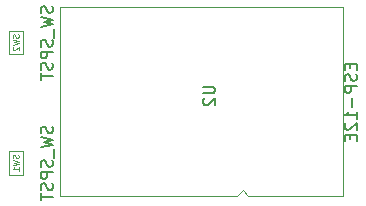
<source format=gbr>
%TF.GenerationSoftware,KiCad,Pcbnew,(6.99.0-2635-gfc1afa6298)*%
%TF.CreationDate,2022-08-07T14:50:02-07:00*%
%TF.ProjectId,seatalk_wifi,73656174-616c-46b5-9f77-6966692e6b69,rev?*%
%TF.SameCoordinates,Original*%
%TF.FileFunction,AssemblyDrawing,Bot*%
%FSLAX46Y46*%
G04 Gerber Fmt 4.6, Leading zero omitted, Abs format (unit mm)*
G04 Created by KiCad (PCBNEW (6.99.0-2635-gfc1afa6298)) date 2022-08-07 14:50:02*
%MOMM*%
%LPD*%
G01*
G04 APERTURE LIST*
%ADD10C,0.150000*%
%ADD11C,0.080000*%
%ADD12C,0.100000*%
%ADD13C,0.120000*%
G04 APERTURE END LIST*
D10*
%TO.C,SW2*%
X128719761Y-91928571D02*
X128767380Y-92071428D01*
X128767380Y-92071428D02*
X128767380Y-92309523D01*
X128767380Y-92309523D02*
X128719761Y-92404761D01*
X128719761Y-92404761D02*
X128672142Y-92452380D01*
X128672142Y-92452380D02*
X128576904Y-92499999D01*
X128576904Y-92499999D02*
X128481666Y-92499999D01*
X128481666Y-92499999D02*
X128386428Y-92452380D01*
X128386428Y-92452380D02*
X128338809Y-92404761D01*
X128338809Y-92404761D02*
X128291190Y-92309523D01*
X128291190Y-92309523D02*
X128243571Y-92119047D01*
X128243571Y-92119047D02*
X128195952Y-92023809D01*
X128195952Y-92023809D02*
X128148333Y-91976190D01*
X128148333Y-91976190D02*
X128053095Y-91928571D01*
X128053095Y-91928571D02*
X127957857Y-91928571D01*
X127957857Y-91928571D02*
X127862619Y-91976190D01*
X127862619Y-91976190D02*
X127815000Y-92023809D01*
X127815000Y-92023809D02*
X127767380Y-92119047D01*
X127767380Y-92119047D02*
X127767380Y-92357142D01*
X127767380Y-92357142D02*
X127815000Y-92499999D01*
X127767380Y-92833333D02*
X128767380Y-93071428D01*
X128767380Y-93071428D02*
X128053095Y-93261904D01*
X128053095Y-93261904D02*
X128767380Y-93452380D01*
X128767380Y-93452380D02*
X127767380Y-93690476D01*
X128862619Y-93833333D02*
X128862619Y-94595237D01*
X128719761Y-94785714D02*
X128767380Y-94928571D01*
X128767380Y-94928571D02*
X128767380Y-95166666D01*
X128767380Y-95166666D02*
X128719761Y-95261904D01*
X128719761Y-95261904D02*
X128672142Y-95309523D01*
X128672142Y-95309523D02*
X128576904Y-95357142D01*
X128576904Y-95357142D02*
X128481666Y-95357142D01*
X128481666Y-95357142D02*
X128386428Y-95309523D01*
X128386428Y-95309523D02*
X128338809Y-95261904D01*
X128338809Y-95261904D02*
X128291190Y-95166666D01*
X128291190Y-95166666D02*
X128243571Y-94976190D01*
X128243571Y-94976190D02*
X128195952Y-94880952D01*
X128195952Y-94880952D02*
X128148333Y-94833333D01*
X128148333Y-94833333D02*
X128053095Y-94785714D01*
X128053095Y-94785714D02*
X127957857Y-94785714D01*
X127957857Y-94785714D02*
X127862619Y-94833333D01*
X127862619Y-94833333D02*
X127815000Y-94880952D01*
X127815000Y-94880952D02*
X127767380Y-94976190D01*
X127767380Y-94976190D02*
X127767380Y-95214285D01*
X127767380Y-95214285D02*
X127815000Y-95357142D01*
X128767380Y-95785714D02*
X127767380Y-95785714D01*
X127767380Y-95785714D02*
X127767380Y-96166666D01*
X127767380Y-96166666D02*
X127815000Y-96261904D01*
X127815000Y-96261904D02*
X127862619Y-96309523D01*
X127862619Y-96309523D02*
X127957857Y-96357142D01*
X127957857Y-96357142D02*
X128100714Y-96357142D01*
X128100714Y-96357142D02*
X128195952Y-96309523D01*
X128195952Y-96309523D02*
X128243571Y-96261904D01*
X128243571Y-96261904D02*
X128291190Y-96166666D01*
X128291190Y-96166666D02*
X128291190Y-95785714D01*
X128719761Y-96738095D02*
X128767380Y-96880952D01*
X128767380Y-96880952D02*
X128767380Y-97119047D01*
X128767380Y-97119047D02*
X128719761Y-97214285D01*
X128719761Y-97214285D02*
X128672142Y-97261904D01*
X128672142Y-97261904D02*
X128576904Y-97309523D01*
X128576904Y-97309523D02*
X128481666Y-97309523D01*
X128481666Y-97309523D02*
X128386428Y-97261904D01*
X128386428Y-97261904D02*
X128338809Y-97214285D01*
X128338809Y-97214285D02*
X128291190Y-97119047D01*
X128291190Y-97119047D02*
X128243571Y-96928571D01*
X128243571Y-96928571D02*
X128195952Y-96833333D01*
X128195952Y-96833333D02*
X128148333Y-96785714D01*
X128148333Y-96785714D02*
X128053095Y-96738095D01*
X128053095Y-96738095D02*
X127957857Y-96738095D01*
X127957857Y-96738095D02*
X127862619Y-96785714D01*
X127862619Y-96785714D02*
X127815000Y-96833333D01*
X127815000Y-96833333D02*
X127767380Y-96928571D01*
X127767380Y-96928571D02*
X127767380Y-97166666D01*
X127767380Y-97166666D02*
X127815000Y-97309523D01*
X127767380Y-97595238D02*
X127767380Y-98166666D01*
X128767380Y-97880952D02*
X127767380Y-97880952D01*
D11*
X125859880Y-94333334D02*
X125883690Y-94404762D01*
X125883690Y-94404762D02*
X125883690Y-94523810D01*
X125883690Y-94523810D02*
X125859880Y-94571429D01*
X125859880Y-94571429D02*
X125836071Y-94595238D01*
X125836071Y-94595238D02*
X125788452Y-94619048D01*
X125788452Y-94619048D02*
X125740833Y-94619048D01*
X125740833Y-94619048D02*
X125693214Y-94595238D01*
X125693214Y-94595238D02*
X125669404Y-94571429D01*
X125669404Y-94571429D02*
X125645595Y-94523810D01*
X125645595Y-94523810D02*
X125621785Y-94428572D01*
X125621785Y-94428572D02*
X125597976Y-94380953D01*
X125597976Y-94380953D02*
X125574166Y-94357143D01*
X125574166Y-94357143D02*
X125526547Y-94333334D01*
X125526547Y-94333334D02*
X125478928Y-94333334D01*
X125478928Y-94333334D02*
X125431309Y-94357143D01*
X125431309Y-94357143D02*
X125407500Y-94380953D01*
X125407500Y-94380953D02*
X125383690Y-94428572D01*
X125383690Y-94428572D02*
X125383690Y-94547619D01*
X125383690Y-94547619D02*
X125407500Y-94619048D01*
X125383690Y-94785714D02*
X125883690Y-94904762D01*
X125883690Y-94904762D02*
X125526547Y-95000000D01*
X125526547Y-95000000D02*
X125883690Y-95095238D01*
X125883690Y-95095238D02*
X125383690Y-95214286D01*
X125431309Y-95380953D02*
X125407500Y-95404762D01*
X125407500Y-95404762D02*
X125383690Y-95452381D01*
X125383690Y-95452381D02*
X125383690Y-95571429D01*
X125383690Y-95571429D02*
X125407500Y-95619048D01*
X125407500Y-95619048D02*
X125431309Y-95642857D01*
X125431309Y-95642857D02*
X125478928Y-95666667D01*
X125478928Y-95666667D02*
X125526547Y-95666667D01*
X125526547Y-95666667D02*
X125597976Y-95642857D01*
X125597976Y-95642857D02*
X125883690Y-95357143D01*
X125883690Y-95357143D02*
X125883690Y-95666667D01*
D10*
%TO.C,SW1*%
X128719761Y-102128571D02*
X128767380Y-102271428D01*
X128767380Y-102271428D02*
X128767380Y-102509523D01*
X128767380Y-102509523D02*
X128719761Y-102604761D01*
X128719761Y-102604761D02*
X128672142Y-102652380D01*
X128672142Y-102652380D02*
X128576904Y-102699999D01*
X128576904Y-102699999D02*
X128481666Y-102699999D01*
X128481666Y-102699999D02*
X128386428Y-102652380D01*
X128386428Y-102652380D02*
X128338809Y-102604761D01*
X128338809Y-102604761D02*
X128291190Y-102509523D01*
X128291190Y-102509523D02*
X128243571Y-102319047D01*
X128243571Y-102319047D02*
X128195952Y-102223809D01*
X128195952Y-102223809D02*
X128148333Y-102176190D01*
X128148333Y-102176190D02*
X128053095Y-102128571D01*
X128053095Y-102128571D02*
X127957857Y-102128571D01*
X127957857Y-102128571D02*
X127862619Y-102176190D01*
X127862619Y-102176190D02*
X127815000Y-102223809D01*
X127815000Y-102223809D02*
X127767380Y-102319047D01*
X127767380Y-102319047D02*
X127767380Y-102557142D01*
X127767380Y-102557142D02*
X127815000Y-102699999D01*
X127767380Y-103033333D02*
X128767380Y-103271428D01*
X128767380Y-103271428D02*
X128053095Y-103461904D01*
X128053095Y-103461904D02*
X128767380Y-103652380D01*
X128767380Y-103652380D02*
X127767380Y-103890476D01*
X128862619Y-104033333D02*
X128862619Y-104795237D01*
X128719761Y-104985714D02*
X128767380Y-105128571D01*
X128767380Y-105128571D02*
X128767380Y-105366666D01*
X128767380Y-105366666D02*
X128719761Y-105461904D01*
X128719761Y-105461904D02*
X128672142Y-105509523D01*
X128672142Y-105509523D02*
X128576904Y-105557142D01*
X128576904Y-105557142D02*
X128481666Y-105557142D01*
X128481666Y-105557142D02*
X128386428Y-105509523D01*
X128386428Y-105509523D02*
X128338809Y-105461904D01*
X128338809Y-105461904D02*
X128291190Y-105366666D01*
X128291190Y-105366666D02*
X128243571Y-105176190D01*
X128243571Y-105176190D02*
X128195952Y-105080952D01*
X128195952Y-105080952D02*
X128148333Y-105033333D01*
X128148333Y-105033333D02*
X128053095Y-104985714D01*
X128053095Y-104985714D02*
X127957857Y-104985714D01*
X127957857Y-104985714D02*
X127862619Y-105033333D01*
X127862619Y-105033333D02*
X127815000Y-105080952D01*
X127815000Y-105080952D02*
X127767380Y-105176190D01*
X127767380Y-105176190D02*
X127767380Y-105414285D01*
X127767380Y-105414285D02*
X127815000Y-105557142D01*
X128767380Y-105985714D02*
X127767380Y-105985714D01*
X127767380Y-105985714D02*
X127767380Y-106366666D01*
X127767380Y-106366666D02*
X127815000Y-106461904D01*
X127815000Y-106461904D02*
X127862619Y-106509523D01*
X127862619Y-106509523D02*
X127957857Y-106557142D01*
X127957857Y-106557142D02*
X128100714Y-106557142D01*
X128100714Y-106557142D02*
X128195952Y-106509523D01*
X128195952Y-106509523D02*
X128243571Y-106461904D01*
X128243571Y-106461904D02*
X128291190Y-106366666D01*
X128291190Y-106366666D02*
X128291190Y-105985714D01*
X128719761Y-106938095D02*
X128767380Y-107080952D01*
X128767380Y-107080952D02*
X128767380Y-107319047D01*
X128767380Y-107319047D02*
X128719761Y-107414285D01*
X128719761Y-107414285D02*
X128672142Y-107461904D01*
X128672142Y-107461904D02*
X128576904Y-107509523D01*
X128576904Y-107509523D02*
X128481666Y-107509523D01*
X128481666Y-107509523D02*
X128386428Y-107461904D01*
X128386428Y-107461904D02*
X128338809Y-107414285D01*
X128338809Y-107414285D02*
X128291190Y-107319047D01*
X128291190Y-107319047D02*
X128243571Y-107128571D01*
X128243571Y-107128571D02*
X128195952Y-107033333D01*
X128195952Y-107033333D02*
X128148333Y-106985714D01*
X128148333Y-106985714D02*
X128053095Y-106938095D01*
X128053095Y-106938095D02*
X127957857Y-106938095D01*
X127957857Y-106938095D02*
X127862619Y-106985714D01*
X127862619Y-106985714D02*
X127815000Y-107033333D01*
X127815000Y-107033333D02*
X127767380Y-107128571D01*
X127767380Y-107128571D02*
X127767380Y-107366666D01*
X127767380Y-107366666D02*
X127815000Y-107509523D01*
X127767380Y-107795238D02*
X127767380Y-108366666D01*
X128767380Y-108080952D02*
X127767380Y-108080952D01*
D11*
X125859880Y-104533334D02*
X125883690Y-104604762D01*
X125883690Y-104604762D02*
X125883690Y-104723810D01*
X125883690Y-104723810D02*
X125859880Y-104771429D01*
X125859880Y-104771429D02*
X125836071Y-104795238D01*
X125836071Y-104795238D02*
X125788452Y-104819048D01*
X125788452Y-104819048D02*
X125740833Y-104819048D01*
X125740833Y-104819048D02*
X125693214Y-104795238D01*
X125693214Y-104795238D02*
X125669404Y-104771429D01*
X125669404Y-104771429D02*
X125645595Y-104723810D01*
X125645595Y-104723810D02*
X125621785Y-104628572D01*
X125621785Y-104628572D02*
X125597976Y-104580953D01*
X125597976Y-104580953D02*
X125574166Y-104557143D01*
X125574166Y-104557143D02*
X125526547Y-104533334D01*
X125526547Y-104533334D02*
X125478928Y-104533334D01*
X125478928Y-104533334D02*
X125431309Y-104557143D01*
X125431309Y-104557143D02*
X125407500Y-104580953D01*
X125407500Y-104580953D02*
X125383690Y-104628572D01*
X125383690Y-104628572D02*
X125383690Y-104747619D01*
X125383690Y-104747619D02*
X125407500Y-104819048D01*
X125383690Y-104985714D02*
X125883690Y-105104762D01*
X125883690Y-105104762D02*
X125526547Y-105200000D01*
X125526547Y-105200000D02*
X125883690Y-105295238D01*
X125883690Y-105295238D02*
X125383690Y-105414286D01*
X125883690Y-105866667D02*
X125883690Y-105580953D01*
X125883690Y-105723810D02*
X125383690Y-105723810D01*
X125383690Y-105723810D02*
X125455119Y-105676191D01*
X125455119Y-105676191D02*
X125502738Y-105628572D01*
X125502738Y-105628572D02*
X125526547Y-105580953D01*
D10*
%TO.C,U2*%
X153973571Y-96845714D02*
X153973571Y-97179047D01*
X154497380Y-97321904D02*
X154497380Y-96845714D01*
X154497380Y-96845714D02*
X153497380Y-96845714D01*
X153497380Y-96845714D02*
X153497380Y-97321904D01*
X154449761Y-97702857D02*
X154497380Y-97845714D01*
X154497380Y-97845714D02*
X154497380Y-98083809D01*
X154497380Y-98083809D02*
X154449761Y-98179047D01*
X154449761Y-98179047D02*
X154402142Y-98226666D01*
X154402142Y-98226666D02*
X154306904Y-98274285D01*
X154306904Y-98274285D02*
X154211666Y-98274285D01*
X154211666Y-98274285D02*
X154116428Y-98226666D01*
X154116428Y-98226666D02*
X154068809Y-98179047D01*
X154068809Y-98179047D02*
X154021190Y-98083809D01*
X154021190Y-98083809D02*
X153973571Y-97893333D01*
X153973571Y-97893333D02*
X153925952Y-97798095D01*
X153925952Y-97798095D02*
X153878333Y-97750476D01*
X153878333Y-97750476D02*
X153783095Y-97702857D01*
X153783095Y-97702857D02*
X153687857Y-97702857D01*
X153687857Y-97702857D02*
X153592619Y-97750476D01*
X153592619Y-97750476D02*
X153545000Y-97798095D01*
X153545000Y-97798095D02*
X153497380Y-97893333D01*
X153497380Y-97893333D02*
X153497380Y-98131428D01*
X153497380Y-98131428D02*
X153545000Y-98274285D01*
X154497380Y-98702857D02*
X153497380Y-98702857D01*
X153497380Y-98702857D02*
X153497380Y-99083809D01*
X153497380Y-99083809D02*
X153545000Y-99179047D01*
X153545000Y-99179047D02*
X153592619Y-99226666D01*
X153592619Y-99226666D02*
X153687857Y-99274285D01*
X153687857Y-99274285D02*
X153830714Y-99274285D01*
X153830714Y-99274285D02*
X153925952Y-99226666D01*
X153925952Y-99226666D02*
X153973571Y-99179047D01*
X153973571Y-99179047D02*
X154021190Y-99083809D01*
X154021190Y-99083809D02*
X154021190Y-98702857D01*
X154116428Y-99702857D02*
X154116428Y-100464762D01*
X154497380Y-101464761D02*
X154497380Y-100893333D01*
X154497380Y-101179047D02*
X153497380Y-101179047D01*
X153497380Y-101179047D02*
X153640238Y-101083809D01*
X153640238Y-101083809D02*
X153735476Y-100988571D01*
X153735476Y-100988571D02*
X153783095Y-100893333D01*
X153592619Y-101845714D02*
X153545000Y-101893333D01*
X153545000Y-101893333D02*
X153497380Y-101988571D01*
X153497380Y-101988571D02*
X153497380Y-102226666D01*
X153497380Y-102226666D02*
X153545000Y-102321904D01*
X153545000Y-102321904D02*
X153592619Y-102369523D01*
X153592619Y-102369523D02*
X153687857Y-102417142D01*
X153687857Y-102417142D02*
X153783095Y-102417142D01*
X153783095Y-102417142D02*
X153925952Y-102369523D01*
X153925952Y-102369523D02*
X154497380Y-101798095D01*
X154497380Y-101798095D02*
X154497380Y-102417142D01*
X153973571Y-102845714D02*
X153973571Y-103179047D01*
X154497380Y-103321904D02*
X154497380Y-102845714D01*
X154497380Y-102845714D02*
X153497380Y-102845714D01*
X153497380Y-102845714D02*
X153497380Y-103321904D01*
X141517380Y-98748095D02*
X142326904Y-98748095D01*
X142326904Y-98748095D02*
X142422142Y-98795714D01*
X142422142Y-98795714D02*
X142469761Y-98843333D01*
X142469761Y-98843333D02*
X142517380Y-98938571D01*
X142517380Y-98938571D02*
X142517380Y-99129047D01*
X142517380Y-99129047D02*
X142469761Y-99224285D01*
X142469761Y-99224285D02*
X142422142Y-99271904D01*
X142422142Y-99271904D02*
X142326904Y-99319523D01*
X142326904Y-99319523D02*
X141517380Y-99319523D01*
X141612619Y-99748095D02*
X141565000Y-99795714D01*
X141565000Y-99795714D02*
X141517380Y-99890952D01*
X141517380Y-99890952D02*
X141517380Y-100129047D01*
X141517380Y-100129047D02*
X141565000Y-100224285D01*
X141565000Y-100224285D02*
X141612619Y-100271904D01*
X141612619Y-100271904D02*
X141707857Y-100319523D01*
X141707857Y-100319523D02*
X141803095Y-100319523D01*
X141803095Y-100319523D02*
X141945952Y-100271904D01*
X141945952Y-100271904D02*
X142517380Y-99700476D01*
X142517380Y-99700476D02*
X142517380Y-100319523D01*
D12*
%TO.C,SW2*%
X126300000Y-94000000D02*
X125100000Y-94000000D01*
X125100000Y-94000000D02*
X125100000Y-96000000D01*
X126300000Y-96000000D02*
X126300000Y-94000000D01*
X125100000Y-96000000D02*
X126300000Y-96000000D01*
%TO.C,SW1*%
X126300000Y-104200000D02*
X125100000Y-104200000D01*
X125100000Y-104200000D02*
X125100000Y-106200000D01*
X126300000Y-106200000D02*
X126300000Y-104200000D01*
X125100000Y-106200000D02*
X126300000Y-106200000D01*
D13*
%TO.C,U2*%
X129350000Y-108000000D02*
X144350000Y-108000000D01*
X144350000Y-108000000D02*
X144850000Y-107500000D01*
X145350000Y-108000000D02*
X153350000Y-108000000D01*
X153350000Y-108000000D02*
X153350000Y-92000000D01*
X144850000Y-107500000D02*
X145350000Y-108000000D01*
X129350000Y-92000000D02*
X129350000Y-108000000D01*
X153350000Y-92000000D02*
X129350000Y-92000000D01*
%TD*%
M02*

</source>
